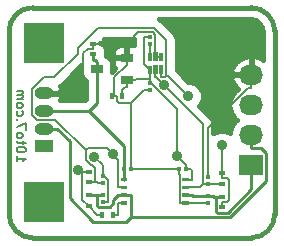
<source format=gbl>
%FSLAX34Y34*%
G04 Gerber Fmt 3.4, Leading zero omitted, Abs format*
G04 (created by PCBNEW (2014-03-19 BZR 4756)-product) date Tue 19 Aug 2014 23:13:18 BST*
%MOIN*%
G01*
G70*
G90*
G04 APERTURE LIST*
%ADD10C,0.005906*%
%ADD11C,0.015000*%
%ADD12C,0.006700*%
%ADD13O,0.062992X0.039370*%
%ADD14R,0.062992X0.039370*%
%ADD15R,0.039400X0.027600*%
%ADD16R,0.015700X0.023600*%
%ADD17R,0.023600X0.015700*%
%ADD18R,0.133900X0.133900*%
%ADD19R,0.013800X0.031500*%
%ADD20R,0.011800X0.015700*%
%ADD21R,0.015700X0.011800*%
%ADD22R,0.080000X0.068000*%
%ADD23O,0.080000X0.068000*%
%ADD24C,0.035000*%
%ADD25C,0.008701*%
%ADD26C,0.006701*%
%ADD27C,0.015748*%
G04 APERTURE END LIST*
G54D10*
G54D11*
X97047Y-19093D02*
X98425Y-19093D01*
X97047Y-26770D02*
X98425Y-26770D01*
X97047Y-19093D02*
X91142Y-19093D01*
X99212Y-19881D02*
G75*
G03X98425Y-19093I-787J0D01*
G74*
G01*
X99212Y-25983D02*
X99212Y-19881D01*
X90354Y-20078D02*
X90354Y-19881D01*
X91142Y-19093D02*
G75*
G03X90354Y-19881I0J-787D01*
G74*
G01*
X90354Y-25983D02*
X90354Y-20078D01*
X97047Y-26770D02*
X96653Y-26770D01*
X98425Y-26770D02*
G75*
G03X99212Y-25983I0J787D01*
G74*
G01*
X91142Y-26770D02*
X96653Y-26770D01*
X90354Y-25983D02*
G75*
G03X91142Y-26770I787J0D01*
G74*
G01*
G54D12*
X90605Y-24035D02*
X90605Y-24215D01*
X90605Y-24125D02*
X90920Y-24125D01*
X90875Y-24155D01*
X90845Y-24185D01*
X90830Y-24215D01*
X90920Y-23840D02*
X90920Y-23810D01*
X90905Y-23780D01*
X90890Y-23765D01*
X90860Y-23750D01*
X90800Y-23735D01*
X90725Y-23735D01*
X90665Y-23750D01*
X90635Y-23765D01*
X90620Y-23780D01*
X90605Y-23810D01*
X90605Y-23840D01*
X90620Y-23870D01*
X90635Y-23885D01*
X90665Y-23900D01*
X90725Y-23915D01*
X90800Y-23915D01*
X90860Y-23900D01*
X90890Y-23885D01*
X90905Y-23870D01*
X90920Y-23840D01*
X90815Y-23645D02*
X90815Y-23525D01*
X90920Y-23600D02*
X90650Y-23600D01*
X90620Y-23585D01*
X90605Y-23555D01*
X90605Y-23525D01*
X90605Y-23375D02*
X90620Y-23405D01*
X90635Y-23420D01*
X90665Y-23435D01*
X90755Y-23435D01*
X90785Y-23420D01*
X90800Y-23405D01*
X90815Y-23375D01*
X90815Y-23330D01*
X90800Y-23300D01*
X90785Y-23285D01*
X90755Y-23270D01*
X90665Y-23270D01*
X90635Y-23285D01*
X90620Y-23300D01*
X90605Y-23330D01*
X90605Y-23375D01*
X90920Y-23165D02*
X90920Y-22955D01*
X90605Y-23090D01*
X90635Y-22835D02*
X90620Y-22820D01*
X90605Y-22835D01*
X90620Y-22850D01*
X90635Y-22835D01*
X90605Y-22835D01*
X90620Y-22550D02*
X90605Y-22580D01*
X90605Y-22640D01*
X90620Y-22670D01*
X90635Y-22685D01*
X90665Y-22700D01*
X90755Y-22700D01*
X90785Y-22685D01*
X90800Y-22670D01*
X90815Y-22640D01*
X90815Y-22580D01*
X90800Y-22550D01*
X90605Y-22370D02*
X90620Y-22400D01*
X90635Y-22415D01*
X90665Y-22430D01*
X90755Y-22430D01*
X90785Y-22415D01*
X90800Y-22400D01*
X90815Y-22370D01*
X90815Y-22325D01*
X90800Y-22295D01*
X90785Y-22280D01*
X90755Y-22265D01*
X90665Y-22265D01*
X90635Y-22280D01*
X90620Y-22295D01*
X90605Y-22325D01*
X90605Y-22370D01*
X90605Y-22130D02*
X90815Y-22130D01*
X90785Y-22130D02*
X90800Y-22115D01*
X90815Y-22085D01*
X90815Y-22040D01*
X90800Y-22010D01*
X90770Y-21995D01*
X90605Y-21995D01*
X90770Y-21995D02*
X90800Y-21980D01*
X90815Y-21950D01*
X90815Y-21905D01*
X90800Y-21875D01*
X90770Y-21860D01*
X90605Y-21860D01*
G54D10*
G36*
X96348Y-24772D02*
X96348Y-24890D01*
X96131Y-24890D01*
X96131Y-24772D01*
X96348Y-24772D01*
X96348Y-24772D01*
G37*
G36*
X96348Y-25028D02*
X96348Y-25146D01*
X96131Y-25146D01*
X96131Y-25028D01*
X96348Y-25028D01*
X96348Y-25028D01*
G37*
G36*
X96348Y-25284D02*
X96348Y-25402D01*
X96131Y-25402D01*
X96131Y-25284D01*
X96348Y-25284D01*
X96348Y-25284D01*
G37*
G36*
X96348Y-25540D02*
X96348Y-25658D01*
X96131Y-25658D01*
X96131Y-25540D01*
X96348Y-25540D01*
X96348Y-25540D01*
G37*
G36*
X94302Y-25540D02*
X94302Y-25658D01*
X94085Y-25658D01*
X94085Y-25540D01*
X94302Y-25540D01*
X94302Y-25540D01*
G37*
G36*
X94302Y-25284D02*
X94302Y-25402D01*
X94085Y-25402D01*
X94085Y-25284D01*
X94302Y-25284D01*
X94302Y-25284D01*
G37*
G36*
X94302Y-25028D02*
X94302Y-25146D01*
X94085Y-25146D01*
X94085Y-25028D01*
X94302Y-25028D01*
X94302Y-25028D01*
G37*
G36*
X94302Y-24772D02*
X94302Y-24890D01*
X94085Y-24890D01*
X94085Y-24772D01*
X94302Y-24772D01*
X94302Y-24772D01*
G37*
G54D13*
X91535Y-23128D03*
X91535Y-22538D03*
G54D14*
X91535Y-23719D03*
G54D13*
X91535Y-21947D03*
G54D15*
X93279Y-21140D03*
X94279Y-21515D03*
X94279Y-20765D03*
G54D16*
X94133Y-22046D03*
X93779Y-22046D03*
G54D17*
X93148Y-20648D03*
X93148Y-20294D03*
G54D18*
X91535Y-25589D03*
X91535Y-20274D03*
G54D10*
G36*
X95304Y-21317D02*
X95166Y-21317D01*
X95166Y-21002D01*
X95304Y-21002D01*
X95304Y-21317D01*
X95304Y-21317D01*
G37*
G36*
X95304Y-20885D02*
X95166Y-20885D01*
X95166Y-20570D01*
X95304Y-20570D01*
X95304Y-20885D01*
X95304Y-20885D01*
G37*
G36*
X95501Y-21317D02*
X95363Y-21317D01*
X95363Y-21002D01*
X95501Y-21002D01*
X95501Y-21317D01*
X95501Y-21317D01*
G37*
G54D19*
X95432Y-20727D03*
X95038Y-21159D03*
X95038Y-20727D03*
G54D20*
X96240Y-24467D03*
X96004Y-24467D03*
X94193Y-24467D03*
X94429Y-24467D03*
G54D21*
X95039Y-21613D03*
X95039Y-21849D03*
X95039Y-20077D03*
X95039Y-20313D03*
G54D22*
X98425Y-24333D03*
G54D23*
X98425Y-23333D03*
X98425Y-22333D03*
X98425Y-21333D03*
G54D21*
X93484Y-24940D03*
X93484Y-24704D03*
X96988Y-24979D03*
X96988Y-24743D03*
X93484Y-25334D03*
X93484Y-25570D03*
X96988Y-25373D03*
X96988Y-25609D03*
G54D17*
X93012Y-24566D03*
X93012Y-24920D03*
X97461Y-24605D03*
X97461Y-24959D03*
X93012Y-25707D03*
X93012Y-25353D03*
X97461Y-25747D03*
X97461Y-25393D03*
G54D16*
X93819Y-26003D03*
X93465Y-26003D03*
G54D24*
X95529Y-21678D03*
X96318Y-22048D03*
X93820Y-23986D03*
X92656Y-24510D03*
X97461Y-23684D03*
X95958Y-24048D03*
X93190Y-24060D03*
G54D25*
X93209Y-20830D02*
X93148Y-20830D01*
X93279Y-20900D02*
X93209Y-20830D01*
X93279Y-21140D02*
X93279Y-20900D01*
X93148Y-20648D02*
X93148Y-20830D01*
X91535Y-22538D02*
X91953Y-22538D01*
X94193Y-24831D02*
X94193Y-24831D01*
X94193Y-24467D02*
X94193Y-24831D01*
X91953Y-22538D02*
X93024Y-22538D01*
X93279Y-22283D02*
X93279Y-21140D01*
X93024Y-22538D02*
X93279Y-22283D01*
X94193Y-23707D02*
X94193Y-24286D01*
X93024Y-22538D02*
X94193Y-23707D01*
X94193Y-24467D02*
X94193Y-24286D01*
G54D26*
X96988Y-24979D02*
X96817Y-24979D01*
X97179Y-24959D02*
X97159Y-24979D01*
X97461Y-24959D02*
X97179Y-24959D01*
X96988Y-24979D02*
X97159Y-24979D01*
X95529Y-21678D02*
X95526Y-21682D01*
X95254Y-21410D02*
X95235Y-21410D01*
X95526Y-21682D02*
X95254Y-21410D01*
X95235Y-21159D02*
X95235Y-21410D01*
X96817Y-22973D02*
X95526Y-21682D01*
X96817Y-24979D02*
X96817Y-22973D01*
X96709Y-25087D02*
X96240Y-25087D01*
X96817Y-24979D02*
X96709Y-25087D01*
G54D25*
X96480Y-25373D02*
X96451Y-25343D01*
X96988Y-25373D02*
X96480Y-25373D01*
X96240Y-25343D02*
X96451Y-25343D01*
X96988Y-25373D02*
X97169Y-25373D01*
X98425Y-24333D02*
X98425Y-24776D01*
X98425Y-25147D02*
X98425Y-24776D01*
X97642Y-25930D02*
X98425Y-25147D01*
X97297Y-25930D02*
X97642Y-25930D01*
X97240Y-25872D02*
X97297Y-25930D01*
X97240Y-25393D02*
X97240Y-25872D01*
X97189Y-25393D02*
X97240Y-25393D01*
X97169Y-25373D02*
X97189Y-25393D01*
X97240Y-25393D02*
X97461Y-25393D01*
G54D26*
X95432Y-21159D02*
X95432Y-21410D01*
X95556Y-21410D02*
X95432Y-21410D01*
X95597Y-21368D02*
X95556Y-21410D01*
X95638Y-21368D02*
X96318Y-22048D01*
X95597Y-21368D02*
X95638Y-21368D01*
X94193Y-25087D02*
X93992Y-25087D01*
X93992Y-24159D02*
X93820Y-23986D01*
X93992Y-25087D02*
X93992Y-24159D01*
X93484Y-24940D02*
X93313Y-24940D01*
X93012Y-24920D02*
X93222Y-24920D01*
X93293Y-24920D02*
X93313Y-24940D01*
X93222Y-24920D02*
X93293Y-24920D01*
X95597Y-20187D02*
X95597Y-21368D01*
X95192Y-19782D02*
X95597Y-20187D01*
X93306Y-19782D02*
X95192Y-19782D01*
X92643Y-20445D02*
X93306Y-19782D01*
X92643Y-20640D02*
X92643Y-20445D01*
X91869Y-21414D02*
X92643Y-20640D01*
X91517Y-21414D02*
X91869Y-21414D01*
X91126Y-21804D02*
X91517Y-21414D01*
X91126Y-22669D02*
X91126Y-21804D01*
X91291Y-22833D02*
X91126Y-22669D01*
X91900Y-22833D02*
X91291Y-22833D01*
X92912Y-23845D02*
X91900Y-22833D01*
X92980Y-23777D02*
X92912Y-23845D01*
X93610Y-23777D02*
X92980Y-23777D01*
X93820Y-23986D02*
X93610Y-23777D01*
X93222Y-24442D02*
X93222Y-24920D01*
X93109Y-24328D02*
X93222Y-24442D01*
X93071Y-24328D02*
X93109Y-24328D01*
X92912Y-24169D02*
X93071Y-24328D01*
X92912Y-23845D02*
X92912Y-24169D01*
G54D25*
X98425Y-23333D02*
X98425Y-23776D01*
X91535Y-23128D02*
X91953Y-23128D01*
X94193Y-25343D02*
X94404Y-25343D01*
X97706Y-26089D02*
X94404Y-26089D01*
X98930Y-24866D02*
X97706Y-26089D01*
X98930Y-23949D02*
X98930Y-24866D01*
X98757Y-23776D02*
X98930Y-23949D01*
X98425Y-23776D02*
X98757Y-23776D01*
X94404Y-25343D02*
X94404Y-26089D01*
X92378Y-23553D02*
X91953Y-23128D01*
X92378Y-25443D02*
X92378Y-23553D01*
X93162Y-26227D02*
X92378Y-25443D01*
X94266Y-26227D02*
X93162Y-26227D01*
X94404Y-26089D02*
X94266Y-26227D01*
X93484Y-25334D02*
X93303Y-25334D01*
X94193Y-25343D02*
X93982Y-25343D01*
X93823Y-25503D02*
X93982Y-25343D01*
X93823Y-25618D02*
X93823Y-25503D01*
X93710Y-25731D02*
X93823Y-25618D01*
X93332Y-25731D02*
X93710Y-25731D01*
X93283Y-25682D02*
X93332Y-25731D01*
X93283Y-25353D02*
X93283Y-25682D01*
X93012Y-25353D02*
X93283Y-25353D01*
X93283Y-25353D02*
X93303Y-25334D01*
G54D26*
X94223Y-21746D02*
X94279Y-21746D01*
X94133Y-21836D02*
X94223Y-21746D01*
X94133Y-22046D02*
X94133Y-21836D01*
X94279Y-21515D02*
X94279Y-21746D01*
X94279Y-21515D02*
X94569Y-21515D01*
X95038Y-21461D02*
X95038Y-21159D01*
X95039Y-21461D02*
X95038Y-21461D01*
X95039Y-21462D02*
X95039Y-21461D01*
X94623Y-21461D02*
X94569Y-21515D01*
X95038Y-21461D02*
X94623Y-21461D01*
X94868Y-20989D02*
X95038Y-21159D01*
X94868Y-20077D02*
X94868Y-20989D01*
X95039Y-20077D02*
X94868Y-20077D01*
X96240Y-24831D02*
X96441Y-24831D01*
X96240Y-24467D02*
X96392Y-24467D01*
X92745Y-24510D02*
X92656Y-24510D01*
X92801Y-24566D02*
X92745Y-24510D01*
X93012Y-24566D02*
X92801Y-24566D01*
X93012Y-25707D02*
X93012Y-25713D01*
X93465Y-26003D02*
X93293Y-26003D01*
X97461Y-25747D02*
X97461Y-25575D01*
X97461Y-24605D02*
X97461Y-24776D01*
X96441Y-24516D02*
X96441Y-24831D01*
X96392Y-24467D02*
X96441Y-24516D01*
X97461Y-24605D02*
X97461Y-23684D01*
X92801Y-25502D02*
X92801Y-24566D01*
X93012Y-25713D02*
X92801Y-25502D01*
X93293Y-25994D02*
X93012Y-25713D01*
X93293Y-26003D02*
X93293Y-25994D01*
X97632Y-24776D02*
X97461Y-24776D01*
X97685Y-24830D02*
X97632Y-24776D01*
X97685Y-25522D02*
X97685Y-24830D01*
X97632Y-25575D02*
X97685Y-25522D01*
X97461Y-25575D02*
X97632Y-25575D01*
X95039Y-21613D02*
X95039Y-21543D01*
X95039Y-21543D02*
X95039Y-21462D01*
X96206Y-24296D02*
X96240Y-24296D01*
X95958Y-24048D02*
X96206Y-24296D01*
X95958Y-22485D02*
X95958Y-24048D01*
X95039Y-21567D02*
X95958Y-22485D01*
X95039Y-21543D02*
X95039Y-21567D01*
X96240Y-24467D02*
X96240Y-24296D01*
X96807Y-25599D02*
X96441Y-25599D01*
X96817Y-25609D02*
X96807Y-25599D01*
X96988Y-25609D02*
X96817Y-25609D01*
X95039Y-21849D02*
X94868Y-21849D01*
X96340Y-25599D02*
X96441Y-25599D01*
X94429Y-22289D02*
X94868Y-21849D01*
X94021Y-22289D02*
X94429Y-22289D01*
X93950Y-22218D02*
X94021Y-22289D01*
X93950Y-22046D02*
X93950Y-22218D01*
X93779Y-22046D02*
X93865Y-22046D01*
X93865Y-22046D02*
X93950Y-22046D01*
X93865Y-21411D02*
X94279Y-20996D01*
X93865Y-22046D02*
X93865Y-21411D01*
X94279Y-20765D02*
X94279Y-20996D01*
X94279Y-20765D02*
X94279Y-20535D01*
X95432Y-20727D02*
X95235Y-20727D01*
X93148Y-20294D02*
X93359Y-20294D01*
X94279Y-20294D02*
X93359Y-20294D01*
X94652Y-19922D02*
X94279Y-20294D01*
X95152Y-19922D02*
X94652Y-19922D01*
X95235Y-20005D02*
X95152Y-19922D01*
X95235Y-20727D02*
X95235Y-20005D01*
X94279Y-20294D02*
X94279Y-20535D01*
X92977Y-20466D02*
X93148Y-20466D01*
X92825Y-20617D02*
X92977Y-20466D01*
X92825Y-21065D02*
X92825Y-20617D01*
X91943Y-21947D02*
X92825Y-21065D01*
X91535Y-21947D02*
X91943Y-21947D01*
X93148Y-20294D02*
X93148Y-20466D01*
X93484Y-24704D02*
X93518Y-24704D01*
X93655Y-24841D02*
X93655Y-25570D01*
X93518Y-24704D02*
X93655Y-24841D01*
X93484Y-24354D02*
X93190Y-24060D01*
X93484Y-24704D02*
X93484Y-24354D01*
X93484Y-25570D02*
X93655Y-25570D01*
X94429Y-24467D02*
X94429Y-22289D01*
X96004Y-24467D02*
X95852Y-24467D01*
X94429Y-24467D02*
X95852Y-24467D01*
X96340Y-25599D02*
X96240Y-25599D01*
X96038Y-24673D02*
X96004Y-24638D01*
X96038Y-25599D02*
X96038Y-24673D01*
X96240Y-25599D02*
X96038Y-25599D01*
X96004Y-24467D02*
X96004Y-24638D01*
X96988Y-23095D02*
X96988Y-24743D01*
X98317Y-21766D02*
X96988Y-23095D01*
X98425Y-21766D02*
X98317Y-21766D01*
X98425Y-21333D02*
X98425Y-21766D01*
X95038Y-20466D02*
X95038Y-20727D01*
X95039Y-20465D02*
X95038Y-20466D01*
X95039Y-20313D02*
X95039Y-20465D01*
X93990Y-25602D02*
X93992Y-25599D01*
X93990Y-26003D02*
X93990Y-25602D01*
X93819Y-26003D02*
X93990Y-26003D01*
X94193Y-25599D02*
X93992Y-25599D01*
G54D10*
G36*
X92921Y-22135D02*
X92876Y-22180D01*
X92058Y-22180D01*
X92101Y-22110D01*
X92119Y-22043D01*
X92059Y-21969D01*
X91557Y-21969D01*
X91557Y-21977D01*
X91514Y-21977D01*
X91514Y-21969D01*
X91506Y-21969D01*
X91506Y-21926D01*
X91514Y-21926D01*
X91514Y-21918D01*
X91557Y-21918D01*
X91557Y-21926D01*
X92059Y-21926D01*
X92119Y-21852D01*
X92101Y-21785D01*
X92051Y-21703D01*
X92116Y-21660D01*
X92767Y-21008D01*
X92767Y-21065D01*
X92767Y-21341D01*
X92815Y-21457D01*
X92904Y-21545D01*
X92921Y-21552D01*
X92921Y-22135D01*
X92921Y-22135D01*
G37*
G54D27*
X92921Y-22135D02*
X92876Y-22180D01*
X92058Y-22180D01*
X92101Y-22110D01*
X92119Y-22043D01*
X92059Y-21969D01*
X91557Y-21969D01*
X91557Y-21977D01*
X91514Y-21977D01*
X91514Y-21969D01*
X91506Y-21969D01*
X91506Y-21926D01*
X91514Y-21926D01*
X91514Y-21918D01*
X91557Y-21918D01*
X91557Y-21926D01*
X92059Y-21926D01*
X92119Y-21852D01*
X92101Y-21785D01*
X92051Y-21703D01*
X92116Y-21660D01*
X92767Y-21008D01*
X92767Y-21065D01*
X92767Y-21341D01*
X92815Y-21457D01*
X92904Y-21545D01*
X92921Y-21552D01*
X92921Y-22135D01*
G54D10*
G36*
X94520Y-20349D02*
X94421Y-20349D01*
X94370Y-20349D01*
X94301Y-20418D01*
X94301Y-20744D01*
X94309Y-20744D01*
X94309Y-20787D01*
X94301Y-20787D01*
X94301Y-20795D01*
X94258Y-20795D01*
X94258Y-20787D01*
X94258Y-20744D01*
X94258Y-20418D01*
X94188Y-20349D01*
X94138Y-20349D01*
X94027Y-20349D01*
X93925Y-20391D01*
X93846Y-20469D01*
X93804Y-20572D01*
X93804Y-20674D01*
X93873Y-20744D01*
X94258Y-20744D01*
X94258Y-20787D01*
X93873Y-20787D01*
X93804Y-20856D01*
X93804Y-20959D01*
X93846Y-21061D01*
X93900Y-21115D01*
X93815Y-21199D01*
X93791Y-21257D01*
X93791Y-21216D01*
X93791Y-20940D01*
X93743Y-20824D01*
X93655Y-20735D01*
X93581Y-20705D01*
X93581Y-20664D01*
X93581Y-20507D01*
X93545Y-20420D01*
X93545Y-20385D01*
X93475Y-20316D01*
X93458Y-20316D01*
X93445Y-20303D01*
X93373Y-20273D01*
X93475Y-20273D01*
X93545Y-20203D01*
X93545Y-20160D01*
X93532Y-20130D01*
X94520Y-20130D01*
X94520Y-20349D01*
X94520Y-20349D01*
G37*
G54D27*
X94520Y-20349D02*
X94421Y-20349D01*
X94370Y-20349D01*
X94301Y-20418D01*
X94301Y-20744D01*
X94309Y-20744D01*
X94309Y-20787D01*
X94301Y-20787D01*
X94301Y-20795D01*
X94258Y-20795D01*
X94258Y-20787D01*
X94258Y-20744D01*
X94258Y-20418D01*
X94188Y-20349D01*
X94138Y-20349D01*
X94027Y-20349D01*
X93925Y-20391D01*
X93846Y-20469D01*
X93804Y-20572D01*
X93804Y-20674D01*
X93873Y-20744D01*
X94258Y-20744D01*
X94258Y-20787D01*
X93873Y-20787D01*
X93804Y-20856D01*
X93804Y-20959D01*
X93846Y-21061D01*
X93900Y-21115D01*
X93815Y-21199D01*
X93791Y-21257D01*
X93791Y-21216D01*
X93791Y-20940D01*
X93743Y-20824D01*
X93655Y-20735D01*
X93581Y-20705D01*
X93581Y-20664D01*
X93581Y-20507D01*
X93545Y-20420D01*
X93545Y-20385D01*
X93475Y-20316D01*
X93458Y-20316D01*
X93445Y-20303D01*
X93373Y-20273D01*
X93475Y-20273D01*
X93545Y-20203D01*
X93545Y-20160D01*
X93532Y-20130D01*
X94520Y-20130D01*
X94520Y-20349D01*
G54D10*
G36*
X98822Y-20828D02*
X98742Y-20770D01*
X98506Y-20715D01*
X98446Y-20715D01*
X98446Y-21312D01*
X98454Y-21312D01*
X98454Y-21355D01*
X98446Y-21355D01*
X98446Y-21363D01*
X98404Y-21363D01*
X98404Y-21355D01*
X98404Y-21312D01*
X98404Y-20715D01*
X98344Y-20715D01*
X98109Y-20770D01*
X97913Y-20911D01*
X97785Y-21116D01*
X97758Y-21216D01*
X97816Y-21312D01*
X98404Y-21312D01*
X98404Y-21355D01*
X97816Y-21355D01*
X97758Y-21451D01*
X97785Y-21551D01*
X97913Y-21756D01*
X97983Y-21807D01*
X97888Y-21870D01*
X97746Y-22083D01*
X97696Y-22333D01*
X97746Y-22584D01*
X97888Y-22797D01*
X97943Y-22833D01*
X97888Y-22870D01*
X97746Y-23083D01*
X97711Y-23258D01*
X97558Y-23195D01*
X97363Y-23194D01*
X97183Y-23269D01*
X97165Y-23287D01*
X97165Y-22973D01*
X97139Y-22839D01*
X97063Y-22726D01*
X96698Y-22361D01*
X96733Y-22326D01*
X96808Y-22146D01*
X96808Y-21951D01*
X96733Y-21771D01*
X96596Y-21633D01*
X96416Y-21558D01*
X96321Y-21558D01*
X95945Y-21183D01*
X95945Y-20187D01*
X95919Y-20053D01*
X95843Y-19940D01*
X95438Y-19535D01*
X95360Y-19483D01*
X97047Y-19483D01*
X98387Y-19483D01*
X98574Y-19521D01*
X98701Y-19605D01*
X98785Y-19732D01*
X98822Y-19919D01*
X98822Y-20828D01*
X98822Y-20828D01*
G37*
G54D27*
X98822Y-20828D02*
X98742Y-20770D01*
X98506Y-20715D01*
X98446Y-20715D01*
X98446Y-21312D01*
X98454Y-21312D01*
X98454Y-21355D01*
X98446Y-21355D01*
X98446Y-21363D01*
X98404Y-21363D01*
X98404Y-21355D01*
X98404Y-21312D01*
X98404Y-20715D01*
X98344Y-20715D01*
X98109Y-20770D01*
X97913Y-20911D01*
X97785Y-21116D01*
X97758Y-21216D01*
X97816Y-21312D01*
X98404Y-21312D01*
X98404Y-21355D01*
X97816Y-21355D01*
X97758Y-21451D01*
X97785Y-21551D01*
X97913Y-21756D01*
X97983Y-21807D01*
X97888Y-21870D01*
X97746Y-22083D01*
X97696Y-22333D01*
X97746Y-22584D01*
X97888Y-22797D01*
X97943Y-22833D01*
X97888Y-22870D01*
X97746Y-23083D01*
X97711Y-23258D01*
X97558Y-23195D01*
X97363Y-23194D01*
X97183Y-23269D01*
X97165Y-23287D01*
X97165Y-22973D01*
X97139Y-22839D01*
X97063Y-22726D01*
X96698Y-22361D01*
X96733Y-22326D01*
X96808Y-22146D01*
X96808Y-21951D01*
X96733Y-21771D01*
X96596Y-21633D01*
X96416Y-21558D01*
X96321Y-21558D01*
X95945Y-21183D01*
X95945Y-20187D01*
X95919Y-20053D01*
X95843Y-19940D01*
X95438Y-19535D01*
X95360Y-19483D01*
X97047Y-19483D01*
X98387Y-19483D01*
X98574Y-19521D01*
X98701Y-19605D01*
X98785Y-19732D01*
X98822Y-19919D01*
X98822Y-20828D01*
M02*

</source>
